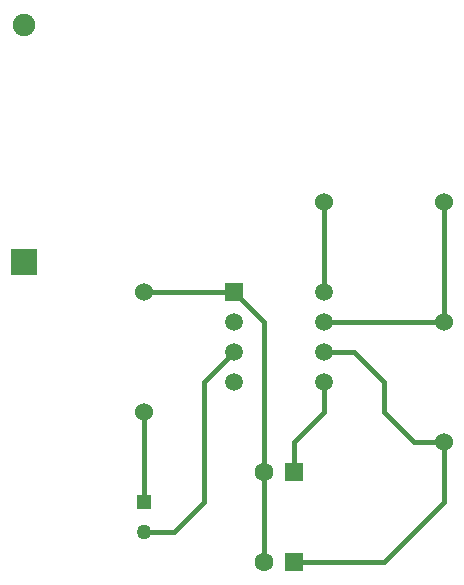
<source format=gbr>
G04 DipTrace 2.1.9.5*
%INTop.gbr*%
%MOIN*%
%ADD13C,0.016*%
%ADD14R,0.0591X0.0591*%
%ADD15C,0.0591*%
%ADD16C,0.06*%
%ADD17C,0.06*%
%ADD18C,0.05*%
%ADD19R,0.05X0.05*%
%ADD20C,0.063*%
%ADD21R,0.063X0.063*%
%ADD23R,0.0866X0.0866*%
%ADD24C,0.0748*%
%FSLAX44Y44*%
%SFA1B1*%
%OFA0B0*%
G04*
G70*
G90*
G75*
G01*
%LNTop*%
%LPD*%
X9000Y10000D2*
D13*
X12000D1*
X13000Y9000D1*
Y4000D1*
Y1000D2*
Y4000D1*
X9000Y10000D2*
D3*
X15000Y8000D2*
X16000D1*
X17000Y7000D1*
Y6000D1*
X18000Y5000D1*
X19000D1*
X14000Y1000D2*
X17000D1*
X19000Y3000D1*
Y5000D1*
X15000Y13000D2*
Y10000D1*
X19000Y9000D2*
Y13000D1*
X15000Y9000D2*
X19000D1*
X9000Y2000D2*
X10000D1*
X11000Y3000D1*
Y7000D1*
X12000Y8000D1*
X9000Y6000D2*
Y3000D1*
X15000Y7000D2*
Y6000D1*
X14000Y5000D1*
Y4000D1*
D14*
X12000Y10000D3*
D15*
Y9000D3*
Y8000D3*
Y7000D3*
X15000D3*
Y8000D3*
Y9000D3*
Y10000D3*
D16*
Y13000D3*
D17*
X19000D3*
D16*
Y5000D3*
D17*
Y9000D3*
D16*
X9000Y6000D3*
D17*
Y10000D3*
D18*
Y2000D3*
D19*
Y3000D3*
D20*
X13000Y1000D3*
D21*
X14000D3*
D20*
X13000Y4000D3*
D21*
X14000D3*
D23*
X5000Y11000D3*
D24*
Y18874D3*
M02*

</source>
